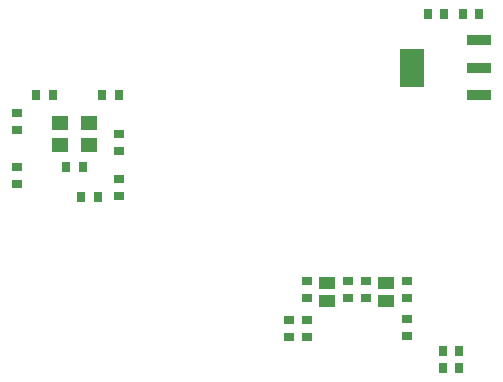
<source format=gbp>
%FSLAX43Y43*%
%MOMM*%
G71*
G01*
G75*
G04 Layer_Color=128*
%ADD10C,0.305*%
%ADD11C,1.000*%
%ADD12O,0.350X2.000*%
%ADD13R,0.700X0.900*%
%ADD14R,0.900X0.800*%
%ADD15R,0.800X0.900*%
%ADD16R,0.900X0.700*%
%ADD17O,1.800X0.300*%
%ADD18O,0.300X1.800*%
%ADD19O,0.450X2.200*%
%ADD20R,1.050X2.200*%
%ADD21R,1.000X1.050*%
%ADD22C,0.127*%
%ADD23C,4.500*%
%ADD24C,1.500*%
%ADD25C,1.300*%
%ADD26R,1.300X1.300*%
%ADD27C,0.889*%
%ADD28R,1.400X1.100*%
%ADD29R,1.400X1.200*%
%ADD30R,2.100X0.900*%
%ADD31R,2.100X3.200*%
%ADD32C,0.600*%
%ADD33C,0.250*%
%ADD34C,0.200*%
%ADD35C,0.100*%
%ADD36C,0.152*%
%ADD37C,0.152*%
%ADD38C,1.203*%
%ADD39C,2.000*%
%ADD40O,0.553X2.203*%
%ADD41R,0.903X1.103*%
%ADD42R,1.103X1.003*%
%ADD43R,1.003X1.103*%
%ADD44R,1.103X0.903*%
%ADD45O,2.003X0.503*%
%ADD46O,0.503X2.003*%
%ADD47O,0.653X2.403*%
%ADD48R,1.253X2.403*%
%ADD49R,1.203X1.253*%
%ADD50C,4.703*%
%ADD51C,1.703*%
%ADD52C,1.503*%
%ADD53R,1.503X1.503*%
%ADD54C,1.092*%
%ADD55R,1.603X1.303*%
%ADD56R,1.603X1.403*%
%ADD57R,2.303X1.103*%
%ADD58R,2.303X3.403*%
D14*
X17370Y30214D02*
D03*
Y31614D02*
D03*
Y25642D02*
D03*
Y27042D02*
D03*
X26006Y29836D02*
D03*
Y28436D02*
D03*
Y26026D02*
D03*
Y24626D02*
D03*
X50400Y14200D02*
D03*
Y12800D02*
D03*
X50400Y16000D02*
D03*
Y17400D02*
D03*
X46900Y16000D02*
D03*
Y17400D02*
D03*
X45400Y16000D02*
D03*
Y17400D02*
D03*
X41900Y16000D02*
D03*
Y17400D02*
D03*
D15*
X54800Y10100D02*
D03*
X53400D02*
D03*
X52100Y40000D02*
D03*
X53500D02*
D03*
X56500Y40000D02*
D03*
X55100D02*
D03*
X22766Y24564D02*
D03*
X24166D02*
D03*
X20356Y33200D02*
D03*
X18956D02*
D03*
X24544Y33200D02*
D03*
X25944D02*
D03*
X21496Y27104D02*
D03*
X22896D02*
D03*
X53400Y11500D02*
D03*
X54800D02*
D03*
D16*
X40400Y14150D02*
D03*
Y12650D02*
D03*
X41900Y12650D02*
D03*
Y14150D02*
D03*
D28*
X43600Y15750D02*
D03*
Y17250D02*
D03*
X48600Y15750D02*
D03*
Y17250D02*
D03*
D29*
X21000Y30850D02*
D03*
X23400D02*
D03*
X21000Y28950D02*
D03*
X23400D02*
D03*
D30*
X56450Y33200D02*
D03*
Y35500D02*
D03*
Y37800D02*
D03*
D31*
X50750Y35500D02*
D03*
M02*

</source>
